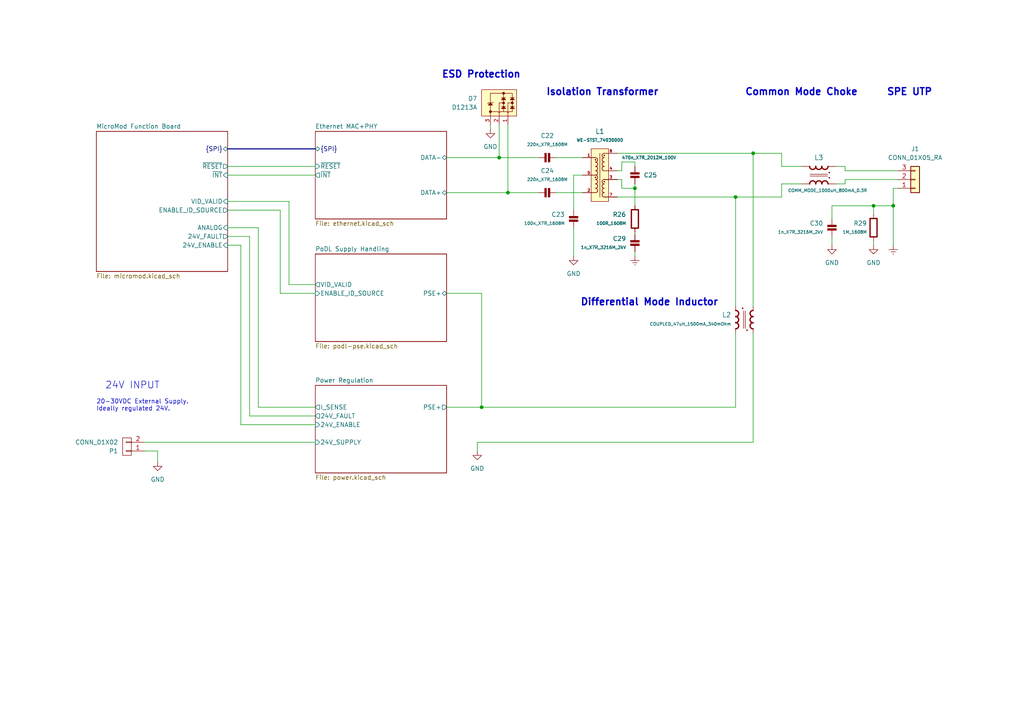
<source format=kicad_sch>
(kicad_sch (version 20230121) (generator eeschema)
  (paper "A4")
  (title_block (title "MicroMod SPE PSE") (rev "V1.0") (comment 1 "Prototype Design"))
  (lib_symbols
    (symbol "appli_capacitor:100n_X7R_1608M" (pin_numbers hide) (pin_names (offset 0.254))
      (property "Reference" "C" (at -2.286 -2.54 90))
      (property "Value" "100n_X7R_1608M" (at 2.159 -2.54 90))
      (symbol "100n_X7R_1608M_0_1"
        (rectangle (start -1.27 -2.794) (end 1.27 -3.302) (fill (type outline)))
        (rectangle (start -1.27 -1.778) (end 1.27 -2.286) (fill (type outline)))
      )
      (symbol "100n_X7R_1608M_1_1"
        (pin passive line (at 0 0 270) (length 1.778) (name "~") (number "1"))
        (pin passive line (at 0 -5.08 90) (length 1.778) (name "~") (number "2"))
      )
    )
    (symbol "appli_capacitor:1n_X7R_3216M_2kV" (pin_numbers hide) (pin_names (offset 0.254))
      (property "Reference" "C" (at -2.286 -2.54 90))
      (property "Value" "1n_X7R_3216M_2kV" (at 2.159 -2.54 90))
      (symbol "1n_X7R_3216M_2kV_0_1"
        (rectangle (start -1.27 -2.794) (end 1.27 -3.302) (fill (type outline)))
        (rectangle (start -1.27 -1.778) (end 1.27 -2.286) (fill (type outline)))
      )
      (symbol "1n_X7R_3216M_2kV_1_1"
        (pin passive line (at 0 0 270) (length 1.778) (name "~") (number "1"))
        (pin passive line (at 0 -5.08 90) (length 1.778) (name "~") (number "2"))
      )
    )
    (symbol "appli_capacitor:220n_X7R_1608M" (pin_numbers hide) (pin_names (offset 0.254))
      (property "Reference" "C" (at -2.286 -2.54 90))
      (property "Value" "220n_X7R_1608M" (at 2.159 -2.54 90))
      (symbol "220n_X7R_1608M_0_1"
        (rectangle (start -1.27 -2.794) (end 1.27 -3.302) (fill (type outline)))
        (rectangle (start -1.27 -1.778) (end 1.27 -2.286) (fill (type outline)))
      )
      (symbol "220n_X7R_1608M_1_1"
        (pin passive line (at 0 0 270) (length 1.778) (name "~") (number "1"))
        (pin passive line (at 0 -5.08 90) (length 1.778) (name "~") (number "2"))
      )
    )
    (symbol "appli_capacitor:470n_X7R_2012M_100V" (pin_numbers hide) (pin_names (offset 0.254))
      (property "Reference" "C" (at -2.286 -2.54 90))
      (property "Value" "470n_X7R_2012M_100V" (at 2.159 -2.54 90))
      (symbol "470n_X7R_2012M_100V_0_1"
        (rectangle (start -1.27 -2.794) (end 1.27 -3.302) (fill (type outline)))
        (rectangle (start -1.27 -1.778) (end 1.27 -2.286) (fill (type outline)))
      )
      (symbol "470n_X7R_2012M_100V_1_1"
        (pin passive line (at 0 0 270) (length 1.778) (name "~") (number "1"))
        (pin passive line (at 0 -5.08 90) (length 1.778) (name "~") (number "2"))
      )
    )
    (symbol "appli_connector:CONN_01X03_RA" (pin_names (offset 1.016) hide)
      (property "Reference" "J" (at 0 6.35 0))
      (property "Value" "CONN_01X05_RA" (at 0 -6.35 0))
      (symbol "CONN_01X03_RA_1_1"
        (rectangle (start -1.27 -2.413) (end 0 -2.667) (stroke (width 0.1524)))
        (rectangle (start -1.27 0.127) (end 0 -0.127) (stroke (width 0.1524)))
        (rectangle (start -1.27 2.667) (end 0 2.413) (stroke (width 0.1524)))
        (rectangle (start -1.27 3.81) (end 1.27 -3.81) (stroke (width 0.254)) (fill (type background)))
        (pin passive line (at -5.08 2.54 0) (length 3.81) (name "Pin_1") (number "1"))
        (pin passive line (at -5.08 0 0) (length 3.81) (name "Pin_2") (number "2"))
        (pin passive line (at -5.08 -2.54 0) (length 3.81) (name "Pin_3") (number "3"))
      )
    )
    (symbol "appli_connector_wurth:CONN_01X02" (pin_names (offset 1.016) hide)
      (property "Reference" "P" (at 0 3.81 0))
      (property "Value" "CONN_01X02" (at 2.54 0 90))
      (symbol "CONN_01X02_0_1"
        (rectangle (start -1.27 -1.143) (end 0.254 -1.397))
        (rectangle (start -1.27 1.397) (end 0.254 1.143))
        (rectangle (start -1.27 2.54) (end 1.27 -2.54))
      )
      (symbol "CONN_01X02_1_1"
        (pin passive line (at -5.08 1.27 0) (length 3.81) (name "P1") (number "1"))
        (pin passive line (at -5.08 -1.27 0) (length 3.81) (name "P2") (number "2"))
      )
    )
    (symbol "appli_device:D1213A" (pin_names (offset 0.254) hide)
      (property "Reference" "D" (at 0 7.62 0))
      (property "Value" "D1213A" (at 0 5.08 0))
      (symbol "D1213A_0_1"
        (polyline (pts (xy -3.81 -1.651) (xy -3.81 -2.54)))
        (polyline (pts (xy -3.81 -1.016) (xy -3.81 0.889)))
        (polyline (pts (xy -3.81 1.524) (xy -3.81 2.794)))
        (polyline (pts (xy -3.81 2.794) (xy 2.54 2.794)))
        (polyline (pts (xy -3.175 -1.016) (xy -4.445 -1.016)))
        (polyline (pts (xy -3.175 1.524) (xy -4.445 1.524)))
        (polyline (pts (xy -2.54 -3.81) (xy -2.54 0)))
        (polyline (pts (xy -2.54 0) (xy -3.81 0)))
        (polyline (pts (xy -1.27 -1.651) (xy -1.27 -2.54)))
        (polyline (pts (xy -1.27 -1.016) (xy -1.27 0.889)))
        (polyline (pts (xy -1.27 0) (xy 0 0)))
        (polyline (pts (xy -1.27 1.524) (xy -1.27 2.794)))
        (polyline (pts (xy -0.635 -1.016) (xy -1.905 -1.016)))
        (polyline (pts (xy -0.635 1.524) (xy -1.905 1.524)))
        (polyline (pts (xy 0 -3.81) (xy 0 0)))
        (polyline (pts (xy 1.778 0.254) (xy 1.905 0)))
        (polyline (pts (xy 2.54 -3.81) (xy 2.54 -0.635)))
        (polyline (pts (xy 2.54 0) (xy 2.54 2.794)))
        (polyline (pts (xy 3.175 0) (xy 1.905 0)))
        (polyline (pts (xy 3.175 0) (xy 3.302 -0.254)))
        (polyline (pts (xy -3.81 -1.016) (xy -4.445 -1.651) (xy -3.175 -1.651) (xy -3.81 -1.016)) (fill (type outline)))
        (polyline (pts (xy -3.81 1.524) (xy -4.445 0.889) (xy -3.175 0.889) (xy -3.81 1.524)) (fill (type outline)))
        (polyline (pts (xy -1.27 -1.016) (xy -1.905 -1.651) (xy -0.635 -1.651) (xy -1.27 -1.016)) (fill (type outline)))
        (polyline (pts (xy -1.27 1.524) (xy -1.905 0.889) (xy -0.635 0.889) (xy -1.27 1.524)) (fill (type outline)))
        (polyline (pts (xy 2.54 0) (xy 1.905 -0.635) (xy 3.175 -0.635) (xy 2.54 0)) (fill (type outline)))
      )
      (symbol "D1213A_1_1"
        (rectangle (start -5.08 3.81) (end 5.08 -3.81) (fill (type background)))
        (circle (center -3.81 0) (radius 0.0001) (stroke (width 0.4)))
        (arc (start -2.794 -2.54) (mid -2.54 -2.7801) (end -2.286 -2.54))
        (circle (center -1.27 0) (radius 0.0001) (stroke (width 0.4)))
        (circle (center -1.27 2.794) (radius 0.0001) (stroke (width 0.4)))
        (arc (start -0.254 -2.54) (mid 0 -2.787) (end 0.254 -2.54))
        (polyline (pts (xy -3.81 -2.54) (xy -2.794 -2.54)))
        (polyline (pts (xy 0.254 -2.54) (xy 2.54 -2.54)))
        (polyline (pts (xy -2.286 -2.54) (xy -1.27 -2.54) (xy -0.254 -2.54)))
        (circle (center 2.54 -2.54) (radius 0.0001) (stroke (width 0.4)))
        (pin passive line (at -2.54 -6.35 90) (length 2.4892) (name "A1") (number "1"))
        (pin passive line (at 0 -6.35 90) (length 2.4892) (name "C2") (number "2"))
        (pin passive line (at 2.54 -6.35 90) (length 2.4892) (name "~") (number "3"))
      )
    )
    (symbol "appli_inductor:COMM_MODE_1000uH_800mA_0.2R" (pin_numbers hide) (pin_names (offset 0) hide)
      (property "Reference" "L" (at 0 5.08 0))
      (property "Value" "COMM_MODE_1000uH_800mA_0.3R" (at 0 -5.08 0))
      (symbol "COMM_MODE_1000uH_800mA_0.2R_0_1"
        (circle (center -3.048 -0.762) (radius 0.127) (stroke (width 0.2032)))
        (circle (center -3.048 0.762) (radius 0.127) (stroke (width 0.2032)))
        (arc (start -2.667 2.54) (mid -1.778 1.6548) (end -0.889 2.54) (stroke (width 0.381)))
        (arc (start -0.889 -2.54) (mid -1.778 -1.655) (end -2.667 -2.54) (stroke (width 0.381)))
        (arc (start -0.889 2.54) (mid 0 1.6548) (end 0.889 2.54) (stroke (width 0.381)))
        (polyline (pts (xy 2.54 -0.254) (xy -2.54 -0.254)))
        (polyline (pts (xy 2.54 0.254) (xy -2.54 0.254)))
        (arc (start 0.889 -2.54) (mid 0 -1.655) (end -0.889 -2.54) (stroke (width 0.381)))
        (arc (start 0.889 2.54) (mid 1.778 1.6548) (end 2.667 2.54) (stroke (width 0.381)))
        (arc (start 2.667 -2.54) (mid 1.778 -1.655) (end 0.889 -2.54) (stroke (width 0.381)))
      )
      (symbol "COMM_MODE_1000uH_800mA_0.2R_1_1"
        (pin passive line (at -5.08 2.54 0) (length 2.5) (name "") (number "1"))
        (pin passive line (at -5.08 -2.54 0) (length 2.5) (name "") (number "2"))
        (pin passive line (at 5.08 -2.54 180) (length 2.5) (name "") (number "3"))
        (pin passive line (at 5.08 2.54 180) (length 2.5) (name "") (number "4"))
      )
    )
    (symbol "appli_inductor:COUPLED_47uH_1500mA_340mOhm" (pin_numbers hide) (pin_names (offset 0) hide)
      (property "Reference" "L" (at 0 5.08 0))
      (property "Value" "COUPLED_47uH_1500mA_340mOhm" (at 0 -5.08 0))
      (symbol "COUPLED_47uH_1500mA_340mOhm_0_1"
        (circle (center -3.048 0.762) (radius 0.127) (stroke (width 0.2032)))
        (arc (start -2.667 2.54) (mid -1.778 1.6548) (end -0.889 2.54) (stroke (width 0.381)))
        (arc (start -0.889 -2.54) (mid -1.778 -1.655) (end -2.667 -2.54) (stroke (width 0.381)))
        (arc (start -0.889 2.54) (mid 0 1.6548) (end 0.889 2.54) (stroke (width 0.381)))
        (polyline (pts (xy 2.54 -0.254) (xy -2.54 -0.254)))
        (polyline (pts (xy 2.54 0.254) (xy -2.54 0.254)))
        (arc (start 0.889 -2.54) (mid 0 -1.655) (end -0.889 -2.54) (stroke (width 0.381)))
        (arc (start 0.889 2.54) (mid 1.778 1.6548) (end 2.667 2.54) (stroke (width 0.381)))
        (arc (start 2.667 -2.54) (mid 1.778 -1.655) (end 0.889 -2.54) (stroke (width 0.381)))
        (circle (center 3.302 -0.508) (radius 0.127) (stroke (width 0.2032)))
      )
      (symbol "COUPLED_47uH_1500mA_340mOhm_1_1"
        (pin passive line (at -3.81 2.54 0) (length 1.143) (name "") (number "1"))
        (pin passive line (at 3.81 2.54 180) (length 1.143) (name "") (number "2"))
        (pin passive line (at 3.81 -2.54 180) (length 1.143) (name "") (number "3"))
        (pin passive line (at -3.81 -2.54 0) (length 1.143) (name "") (number "4"))
      )
    )
    (symbol "appli_inductor:WE-STST_74930000" (pin_names (offset 0) hide)
      (property "Reference" "L" (at 0 8.89 0))
      (property "Value" "WE-STST_74930000" (at 0 -9.144 0))
      (symbol "WE-STST_74930000_0_1"
        (circle (center -1.27 -0.635) (radius 0.127) (stroke (width 0.2032)))
        (circle (center -1.27 4.445) (radius 0.127) (stroke (width 0.2032)))
        (polyline (pts (xy 0 6.35) (xy 0 -6.35)))
        (circle (center 1.27 -1.905) (radius 0.127) (stroke (width 0.2032)))
        (circle (center 1.27 5.715) (radius 0.127) (stroke (width 0.2032)))
      )
      (symbol "WE-STST_74930000_1_1"
        (rectangle (start -2.54 7.62) (end 2.54 -7.62) (fill (type background)))
        (arc (start -1.27 2.54) (mid -0.6462 3.175) (end -1.27 3.81) (stroke (width 0.2)))
        (arc (start -1.27 3.81) (mid -0.6462 4.445) (end -1.27 5.08) (stroke (width 0.2)))
        (arc (start -1.2587 -2.54) (mid -0.6349 -1.905) (end -1.2587 -1.27) (stroke (width 0.2)))
        (arc (start -1.2587 -1.27) (mid -0.6349 -0.635) (end -1.2587 0) (stroke (width 0.2)))
        (arc (start -1.2587 0) (mid -0.6349 0.635) (end -1.2587 1.27) (stroke (width 0.2)))
        (arc (start -1.2587 1.27) (mid -0.6349 1.905) (end -1.2587 2.54) (stroke (width 0.2)))
        (arc (start -1.2474 -5.08) (mid -0.6236 -4.445) (end -1.2474 -3.81) (stroke (width 0.2)))
        (arc (start -1.2474 -3.81) (mid -0.6236 -3.175) (end -1.2474 -2.54) (stroke (width 0.2)))
        (arc (start 1.2474 5.08) (mid 0.6236 4.445) (end 1.2474 3.81) (stroke (width 0.2)))
        (arc (start 1.2474 6.35) (mid 0.6236 5.715) (end 1.2474 5.08) (stroke (width 0.2)))
        (arc (start 1.2587 -2.54) (mid 0.6349 -3.175) (end 1.2587 -3.81) (stroke (width 0.2)))
        (arc (start 1.2587 -1.27) (mid 0.6349 -1.905) (end 1.2587 -2.54) (stroke (width 0.2)))
        (arc (start 1.2587 2.54) (mid 0.6349 1.905) (end 1.2587 1.27) (stroke (width 0.2)))
        (arc (start 1.2587 3.81) (mid 0.6349 3.175) (end 1.2587 2.54) (stroke (width 0.2)))
        (arc (start 1.27 -5.08) (mid 0.6462 -5.715) (end 1.27 -6.35) (stroke (width 0.2)))
        (arc (start 1.27 -3.81) (mid 0.6462 -4.445) (end 1.27 -5.08) (stroke (width 0.2)))
        (pin passive line (at -5.08 5.08 0) (length 3.75) (name "") (number "1"))
        (pin passive line (at -5.08 -5.08 0) (length 3.75) (name "") (number "2"))
        (pin passive line (at 5.08 -1.27 180) (length 3.75) (name "") (number "3"))
        (pin passive line (at 5.08 1.27 180) (length 3.75) (name "") (number "4"))
        (pin passive line (at -5.08 0 0) (length 3.75) (name "") (number "5"))
        (pin passive line (at 5.08 6.35 180) (length 3.75) (name "") (number "6"))
        (pin passive line (at 5.08 -6.35 180) (length 3.75) (name "") (number "7"))
      )
    )
    (symbol "appli_power:Earth" (power) (pin_names (offset 0))
      (symbol "Earth_0_1"
        (polyline (pts (xy -0.635 -1.905) (xy 0.635 -1.905)))
        (polyline (pts (xy -0.127 -2.54) (xy 0.127 -2.54)))
        (polyline (pts (xy 0 -1.27) (xy 0 0)))
        (polyline (pts (xy 1.27 -1.27) (xy -1.27 -1.27)))
      )
      (symbol "Earth_1_1"
        (pin power_in line (at 0 0 270) (length 0) hide (name "Earth") (number "1"))
      )
    )
    (symbol "appli_power:GND" (power) (pin_names (offset 0))
      (property "Value" "GND" (at 0 -3.81 0))
      (symbol "GND_0_1"
        (polyline (pts (xy 0 0) (xy 0 -1.27) (xy 1.27 -1.27) (xy 0 -2.54) (xy -1.27 -1.27) (xy 0 -1.27)))
      )
      (symbol "GND_1_1"
        (pin power_in line (at 0 0 270) (length 0) hide (name "GND") (number "1"))
      )
    )
    (symbol "appli_resistor:100R_1608M" (pin_numbers hide) (pin_names (offset 0))
      (property "Reference" "R" (at -2.159 -3.81 90))
      (property "Value" "100R_1608M" (at 2.032 -3.81 90))
      (symbol "100R_1608M_0_1"
        (rectangle (start -1.016 -1.143) (end 1.016 -6.477) (stroke (width 0.381)))
      )
      (symbol "100R_1608M_1_1"
        (pin passive line (at 0 0 270) (length 1.143) (name "~") (number "1"))
        (pin passive line (at 0 -7.62 90) (length 1.143) (name "~") (number "2"))
      )
    )
    (symbol "appli_resistor:1M_1608M" (pin_numbers hide) (pin_names (offset 0))
      (property "Reference" "R" (at -2.159 -3.81 90))
      (property "Value" "1M_1608M" (at 2.032 -3.81 90))
      (symbol "1M_1608M_0_1"
        (rectangle (start -1.016 -1.143) (end 1.016 -6.477) (stroke (width 0.381)))
      )
      (symbol "1M_1608M_1_1"
        (pin passive line (at 0 0 270) (length 1.143) (name "~") (number "1"))
        (pin passive line (at 0 -7.62 90) (length 1.143) (name "~") (number "2"))
      )
    )
  )
  (bus_alias "I2C" (members "SDA" "SCL"))
  (bus_alias "SPI" (members "COPI" "CIPO" "CLK" "~{CS}"))
  (junction (at 184.15 54.61))
  (junction (at 259.08 59.69))
  (junction (at 144.78 45.72))
  (junction (at 213.36 57.15))
  (junction (at 218.44 44.45))
  (junction (at 139.7 118.11))
  (junction (at 253.365 59.69))
  (junction (at 147.32 55.88))
  (wire (pts (xy 138.43 128.27) (xy 218.44 128.27)))
  (wire (pts (xy 253.365 59.69) (xy 253.365 62.23)))
  (wire (pts (xy 81.28 85.09) (xy 81.28 60.96)))
  (wire (pts (xy 66.04 71.12) (xy 69.85 71.12)))
  (bus (pts (xy 91.44 43.18) (xy 66.04 43.18)))
  (wire (pts (xy 139.7 85.09) (xy 139.7 118.11)))
  (wire (pts (xy 81.28 60.96) (xy 66.04 60.96)))
  (wire (pts (xy 45.72 130.81) (xy 45.72 133.985)))
  (wire (pts (xy 259.08 59.69) (xy 259.08 54.61)))
  (wire (pts (xy 180.34 52.07) (xy 180.34 54.61)))
  (wire (pts (xy 66.04 58.42) (xy 83.82 58.42)))
  (wire (pts (xy 218.44 44.45) (xy 179.07 44.45)))
  (wire (pts (xy 213.36 57.15) (xy 213.36 88.9)))
  (wire (pts (xy 91.44 50.8) (xy 66.04 50.8)))
  (wire (pts (xy 180.34 46.99) (xy 184.15 46.99)))
  (wire (pts (xy 184.15 73.025) (xy 184.15 74.295)))
  (wire (pts (xy 147.32 36.195) (xy 147.32 55.88)))
  (wire (pts (xy 83.82 58.42) (xy 83.82 82.55)))
  (wire (pts (xy 241.3 59.69) (xy 241.3 63.5)))
  (wire (pts (xy 213.36 118.11) (xy 139.7 118.11)))
  (wire (pts (xy 168.91 55.88) (xy 161.29 55.88)))
  (wire (pts (xy 259.08 59.69) (xy 259.08 71.12)))
  (wire (pts (xy 91.44 120.65) (xy 72.39 120.65)))
  (wire (pts (xy 213.36 96.52) (xy 213.36 118.11)))
  (wire (pts (xy 72.39 120.65) (xy 72.39 68.58)))
  (wire (pts (xy 245.11 48.26) (xy 245.11 49.53)))
  (wire (pts (xy 245.11 53.34) (xy 245.11 52.07)))
  (wire (pts (xy 138.43 128.27) (xy 138.43 130.81)))
  (wire (pts (xy 74.93 66.04) (xy 74.93 118.11)))
  (wire (pts (xy 168.91 45.72) (xy 161.29 45.72)))
  (wire (pts (xy 226.695 53.34) (xy 226.695 57.15)))
  (wire (pts (xy 180.34 54.61) (xy 184.15 54.61)))
  (wire (pts (xy 129.54 85.09) (xy 139.7 85.09)))
  (wire (pts (xy 218.44 128.27) (xy 218.44 96.52)))
  (wire (pts (xy 69.85 71.12) (xy 69.85 123.19)))
  (wire (pts (xy 69.85 123.19) (xy 91.44 123.19)))
  (wire (pts (xy 213.36 57.15) (xy 226.695 57.15)))
  (wire (pts (xy 232.41 53.34) (xy 226.695 53.34)))
  (wire (pts (xy 184.15 54.61) (xy 184.15 59.69)))
  (wire (pts (xy 166.37 66.04) (xy 166.37 74.295)))
  (wire (pts (xy 184.15 67.31) (xy 184.15 67.945)))
  (wire (pts (xy 184.15 53.34) (xy 184.15 54.61)))
  (wire (pts (xy 242.57 53.34) (xy 245.11 53.34)))
  (wire (pts (xy 180.34 49.53) (xy 180.34 46.99)))
  (wire (pts (xy 179.07 52.07) (xy 180.34 52.07)))
  (wire (pts (xy 226.695 48.26) (xy 226.695 44.45)))
  (wire (pts (xy 91.44 48.26) (xy 66.04 48.26)))
  (wire (pts (xy 156.21 55.88) (xy 147.32 55.88)))
  (wire (pts (xy 259.08 59.69) (xy 253.365 59.69)))
  (wire (pts (xy 66.04 66.04) (xy 74.93 66.04)))
  (wire (pts (xy 91.44 85.09) (xy 81.28 85.09)))
  (wire (pts (xy 166.37 50.8) (xy 166.37 60.96)))
  (wire (pts (xy 184.15 46.99) (xy 184.15 48.26)))
  (wire (pts (xy 218.44 44.45) (xy 218.44 88.9)))
  (wire (pts (xy 41.91 130.81) (xy 45.72 130.81)))
  (wire (pts (xy 179.07 49.53) (xy 180.34 49.53)))
  (wire (pts (xy 142.24 36.195) (xy 142.24 37.465)))
  (wire (pts (xy 241.3 68.58) (xy 241.3 71.12)))
  (wire (pts (xy 253.365 59.69) (xy 241.3 59.69)))
  (wire (pts (xy 260.35 52.07) (xy 245.11 52.07)))
  (wire (pts (xy 218.44 44.45) (xy 226.695 44.45)))
  (wire (pts (xy 259.08 54.61) (xy 260.35 54.61)))
  (wire (pts (xy 139.7 118.11) (xy 129.54 118.11)))
  (wire (pts (xy 144.78 45.72) (xy 129.54 45.72)))
  (wire (pts (xy 41.91 128.27) (xy 91.44 128.27)))
  (wire (pts (xy 144.78 36.195) (xy 144.78 45.72)))
  (wire (pts (xy 156.21 45.72) (xy 144.78 45.72)))
  (wire (pts (xy 147.32 55.88) (xy 129.54 55.88)))
  (wire (pts (xy 72.39 68.58) (xy 66.04 68.58)))
  (wire (pts (xy 232.41 48.26) (xy 226.695 48.26)))
  (wire (pts (xy 83.82 82.55) (xy 91.44 82.55)))
  (wire (pts (xy 253.365 69.85) (xy 253.365 71.12)))
  (wire (pts (xy 74.93 118.11) (xy 91.44 118.11)))
  (wire (pts (xy 242.57 48.26) (xy 245.11 48.26)))
  (wire (pts (xy 168.91 50.8) (xy 166.37 50.8)))
  (wire (pts (xy 260.35 49.53) (xy 245.11 49.53)))
  (wire (pts (xy 213.36 57.15) (xy 179.07 57.15)))
  (text "Common Mode Choke" (at 248.92 27.94 0) (effects (font (size 2 2) (thickness 0.4) bold) (justify right bottom)))
  (text "24V INPUT" (at 30.48 113.03 0) (effects (font (size 2 2)) (justify left bottom)))
  (text "Differential Mode Inductor" (at 168.275 88.9 0) (effects (font (size 2 2) (thickness 0.4) bold) (justify left bottom)))
  (text "ESD Protection" (at 151.13 22.86 0) (effects (font (size 2 2) (thickness 0.4) bold) (justify right bottom)))
  (text "Isolation Transformer" (at 191.135 27.94 0) (effects (font (size 2 2) (thickness 0.4) bold) (justify right bottom)))
  (text "SPE UTP" (at 270.51 27.94 0) (effects (font (size 2 2) (thickness 0.4) bold) (justify right bottom)))
  (text "20-30VDC External Supply.\nIdeally regulated 24V." (at 27.94 119.38 0) (effects (font (size 1.27 1.27)) (justify left bottom)))
  (symbol (lib_id "appli_resistor:1M_1608M") (at 253.365 62.23 0) (mirror y) (unit 1)
    (property "Reference" "R29" (at 251.46 64.77 0) (effects (justify left)))
    (property "Value" "1M_1608M" (at 251.46 67.31 0) (effects (font (size 0.889 0.889)) (justify left)))
    (property "Footprint" "Applidyne_Resistor:RESC1608X50N" (effects hide))
    (property "Datasheet" "http://www.farnell.com/datasheets/1720486.pdf" (effects hide))
    (property "manf" "VISHAY DRALORIC" (effects hide))
    (property "manf#" "CRCW06031M00FKEA" (effects hide))
    (property "Supplier" "Element14" (effects hide))
    (property "Supplier Part No" "1469746" (effects hide))
    (property "Supplier URL" "http://au.element14.com/vishay-draloric/crcw06031m00fkea/product-range-aec-q200-crcw-series/dp/1469746" (effects hide))
    (property "Supplier Price" "0.02" (effects hide))
    (property "Supplier Price Break" "100" (effects hide))
  )
  (symbol (lib_id "appli_capacitor:220n_X7R_1608M") (at 161.29 45.72 270) (mirror x) (unit 1)
    (property "Reference" "C22" (at 158.75 39.37 90))
    (property "Value" "220n_X7R_1608M" (at 158.75 41.91 90) (effects (font (size 0.889 0.889))))
    (property "Footprint" "Applidyne_Capacitor:CAPC1608X90N" (effects hide))
    (property "Datasheet" "http://www.farnell.com/datasheets/1796654.pdf" (effects hide))
    (property "manf" "TDK" (effects hide))
    (property "manf#" "C1608X7R1C224K080AC" (effects hide))
    (property "Supplier" "Element14" (effects hide))
    (property "Supplier Part No" "2346897" (effects hide))
    (property "Supplier URL" "http://au.element14.com/tdk/c1608x7r1c224k080ac/cap-mlcc-x7r-220nf-16v-0603/dp/2346897" (effects hide))
    (property "Supplier Price" "0.054" (effects hide))
    (property "Supplier Price Break" "1" (effects hide))
  )
  (symbol (lib_id "appli_power:GND") (at 138.43 130.81 0) (mirror y) (unit 1)
    (property "Reference" "#PWR072" (effects hide))
    (property "Value" "GND" (at 138.43 135.89 0))
  )
  (symbol (lib_id "appli_inductor:COMM_MODE_1000uH_800mA_0.2R") (at 237.49 50.8 0) (mirror y) (unit 1)
    (property "Reference" "L3" (at 237.49 45.72 0) (effects (font (size 1.397 1.397))))
    (property "Value" "COMM_MODE_1000uH_800mA_0.3R" (at 240.03 55.245 0) (effects (font (size 0.889 0.889))))
    (property "Footprint" "Applidyne_Inductor:WE-SL2" (effects hide))
    (property "Datasheet" "https://www.we-online.com/katalog/datasheet/744222.pdf" (effects hide))
    (property "manf" "Wurth Elektronik" (effects hide))
    (property "manf#" "744222" (effects hide))
    (property "Supplier" "Digikey" (effects hide))
    (property "Supplier Part No" "732-1485-1-ND" (effects hide))
    (property "Supplier URL" "https://www.digikey.com.au/en/products/detail/w%C3%BCrth-elektronik/744222/1638889" (effects hide))
    (property "Supplier Price" "4.02" (effects hide))
    (property "Supplier Price Break" "1" (effects hide))
  )
  (symbol (lib_id "appli_power:Earth") (at 259.08 71.12 0) (mirror y) (unit 1)
    (property "Reference" "#PWR08" (effects hide))
    (property "Value" "Earth" (effects hide))
  )
  (symbol (lib_id "appli_connector:CONN_01X03_RA") (at 265.43 52.07 0) (mirror x) (unit 1)
    (property "Reference" "J1" (at 265.43 43.18 0))
    (property "Value" "CONN_01X05_RA" (at 265.43 45.72 0))
    (property "Footprint" "Applidyne_Connector:CUI_TBL009-254-03" (effects hide))
    (property "Datasheet" "https://au.mouser.com/datasheet/2/418/NG_CD_103634_V-1229866.pdf" (effects hide))
    (property "manf" "CUI Devices" (effects hide))
    (property "manf#" "TBL009-254-03GY-2GY" (effects hide))
    (property "Supplier" "Digikey" (effects hide))
    (property "Supplier Part No" "102-TBL009-254-03GY-2GY-ND" (effects hide))
    (property "Supplier URL" "https://www.digikey.com.au/en/products/detail/cui-devices/TBL009-254-03GY-2GY/10441918" (effects hide))
    (property "Supplier Price" "1.07" (effects hide))
    (property "Supplier Price Break " "10" (effects hide))
  )
  (symbol (lib_id "appli_inductor:WE-STST_74930000") (at 173.99 50.8 0) (unit 1)
    (property "Reference" "L1" (at 173.99 38.1 0) (effects (font (size 1.397 1.397))))
    (property "Value" "WE-STST_74930000" (at 173.99 40.64 0) (effects (font (size 0.889 0.889))))
    (property "Footprint" "Applidyne_Inductor:WE-STST" (effects hide))
    (property "Datasheet" "https://www.we-online.com/components/products/datasheet/74930000.pdf" (effects hide))
    (property "manf" "Wurth Elektronik" (effects hide))
    (property "manf#" "74930000" (effects hide))
    (property "Supplier" "Digikey" (effects hide))
    (property "Supplier Part No" "732-74930000CT-ND" (effects hide))
    (property "Supplier URL" "https://www.digikey.com.au/en/products/detail/w%C3%BCrth-elektronik/74930000/11503727" (effects hide))
    (property "Supplier Price" "1.96" (effects hide))
    (property "Supplier Price Break" "1" (effects hide))
  )
  (symbol (lib_id "appli_power:GND") (at 142.24 37.465 0) (mirror y) (unit 1)
    (property "Reference" "#PWR06" (effects hide))
    (property "Value" "GND" (at 142.24 42.545 0))
  )
  (symbol (lib_id "appli_device:D1213A") (at 144.78 29.845 0) (mirror y) (unit 1)
    (property "Reference" "D7" (at 138.43 28.6004 0) (effects (justify left)))
    (property "Value" "D1213A" (at 138.43 31.1404 0) (effects (justify left)))
    (property "Footprint" "Applidyne_SOT:SOT95P240X110-3L16N" (effects hide))
    (property "Datasheet" "https://www.diodes.com/assets/Datasheets/D1213A_02SOL.pdf" (effects hide))
    (property "manf" "Diodes Incorporated" (effects hide))
    (property "manf#" "D1213A-02SOL-7" (effects hide))
    (property "Supplier" "Digikey" (effects hide))
    (property "Supplier Part No" "D1213A-02SOL-7DICT-ND" (effects hide))
    (property "Supplier URL" "https://www.digikey.com.au/en/products/detail/diodes-incorporated/D1213A-02SOL-7/3340397" (effects hide))
    (property "Supplier Price" "0.42" (effects hide))
    (property "Supplier Price Break" "10" (effects hide))
  )
  (symbol (lib_id "appli_connector_wurth:CONN_01X02") (at 36.83 129.54 180) (unit 1)
    (property "Reference" "P1" (at 34.29 130.81 0) (effects (justify left)))
    (property "Value" "CONN_01X02" (at 34.29 128.27 0) (effects (justify left)))
    (property "Footprint" "Applidyne_Connector_Wurth:61300211121" (effects hide))
    (property "Datasheet" "http://www.farnell.com/cad/2124416.pdf" (effects hide))
    (property "manf" "WURTH ELECTRONIK" (effects hide))
    (property "manf#" "61300211121" (effects hide))
    (property "Supplier" "Element 14" (effects hide))
    (property "Supplier Part No" "2356153" (effects hide))
    (property "Supplier URL" "http://au.element14.com/wurth-elektronik/61300211121/header-2-54mm-pin-tht-vertical/dp/2356153" (effects hide))
    (property "Supplier Price" "0.17" (effects hide))
    (property "Supplier Price Break" "1" (effects hide))
  )
  (symbol (lib_id "appli_resistor:100R_1608M") (at 184.15 59.69 0) (mirror y) (unit 1)
    (property "Reference" "R26" (at 181.61 62.23 0) (effects (justify left)))
    (property "Value" "100R_1608M" (at 181.61 64.77 0) (effects (font (size 0.889 0.889)) (justify left)))
    (property "Footprint" "Applidyne_Resistor:RESC1608X50N" (effects hide))
    (property "Datasheet" "http://www.farnell.com/datasheets/1788326.pdf" (effects hide))
    (property "manf" "MULTICOMP" (effects hide))
    (property "manf#" "MC0063W06035100R" (effects hide))
    (property "Supplier" "Element14" (effects hide))
    (property "Supplier Part No" "9331689" (effects hide))
    (property "Supplier URL" "http://au.element14.com/multicomp/mc0063w06035100r/product-range-mc-series/dp/9331689" (effects hide))
    (property "Supplier Price" "0.022" (effects hide))
    (property "Supplier Price Break" "50" (effects hide))
  )
  (symbol (lib_id "appli_capacitor:220n_X7R_1608M") (at 161.29 55.88 270) (mirror x) (unit 1)
    (property "Reference" "C24" (at 158.75 49.53 90))
    (property "Value" "220n_X7R_1608M" (at 158.75 52.07 90) (effects (font (size 0.889 0.889))))
    (property "Footprint" "Applidyne_Capacitor:CAPC1608X90N" (effects hide))
    (property "Datasheet" "http://www.farnell.com/datasheets/1796654.pdf" (effects hide))
    (property "manf" "TDK" (effects hide))
    (property "manf#" "C1608X7R1C224K080AC" (effects hide))
    (property "Supplier" "Element14" (effects hide))
    (property "Supplier Part No" "2346897" (effects hide))
    (property "Supplier URL" "http://au.element14.com/tdk/c1608x7r1c224k080ac/cap-mlcc-x7r-220nf-16v-0603/dp/2346897" (effects hide))
    (property "Supplier Price" "0.054" (effects hide))
    (property "Supplier Price Break" "1" (effects hide))
  )
  (symbol (lib_id "appli_power:GND") (at 241.3 71.12 0) (mirror y) (unit 1)
    (property "Reference" "#PWR053" (effects hide))
    (property "Value" "GND" (at 241.3 76.2 0))
  )
  (symbol (lib_id "appli_power:GND") (at 45.72 133.985 0) (mirror y) (unit 1)
    (property "Reference" "#PWR071" (effects hide))
    (property "Value" "GND" (at 45.72 139.065 0))
  )
  (symbol (lib_id "appli_power:GND") (at 166.37 74.295 0) (mirror y) (unit 1)
    (property "Reference" "#PWR050" (effects hide))
    (property "Value" "GND" (at 166.37 79.375 0))
  )
  (symbol (lib_id "appli_capacitor:100n_X7R_1608M") (at 166.37 60.96 0) (mirror y) (unit 1)
    (property "Reference" "C23" (at 163.83 62.23 0) (effects (justify left)))
    (property "Value" "100n_X7R_1608M" (at 163.83 64.77 0) (effects (font (size 0.889 0.889)) (justify left)))
    (property "Footprint" "Applidyne_Capacitor:CAPC1608X90N" (effects hide))
    (property "Datasheet" "http://www.farnell.com/datasheets/1732728.pdf" (effects hide))
    (property "manf" "KEMET" (effects hide))
    (property "manf#" "C0603C104K5RACAUTO" (effects hide))
    (property "Supplier" "Element14" (effects hide))
    (property "Supplier Part No" "2070398" (effects hide))
    (property "Supplier URL" "http://au.element14.com/kemet/c0603c104k5racauto/cap-mlcc-x7r-100nf-50v-0603/dp/2070398" (effects hide))
    (property "Supplier Price" "0.011" (effects hide))
    (property "Supplier Price Break" "1" (effects hide))
  )
  (symbol (lib_id "appli_capacitor:470n_X7R_2012M_100V") (at 184.15 48.26 0) (mirror y) (unit 1)
    (property "Reference" "C25" (at 186.69 50.8 0) (effects (justify right)))
    (property "Value" "470n_X7R_2012M_100V" (at 180.34 45.72 0) (effects (font (size 0.889 0.889)) (justify right)))
    (property "Footprint" "Applidyne_Capacitor:CAPC2012X110N" (effects hide))
    (property "Datasheet" "https://au.mouser.com/datasheet/2/40/AutoMLCC-777028.pdf" (effects hide))
    (property "manf" "AVX" (effects hide))
    (property "manf#" "08051C474K4T4A" (effects hide))
    (property "Supplier" "Mouser" (effects hide))
    (property "Supplier Part No" "581-08051C474K4T4A" (effects hide))
    (property "Supplier URL" "https://au.mouser.com/ProductDetail/AVX/08051C474K4T4A?qs=sGAEpiMZZMs0AnBnWHyRQAwkDkDzLNakuHWMzgx5w30%3D" (effects hide))
    (property "Supplier Price" "0.365" (effects hide))
    (property "Supplier Price Break" "10" (effects hide))
  )
  (symbol (lib_id "appli_inductor:COUPLED_47uH_1500mA_340mOhm") (at 215.9 92.71 270) (mirror x) (unit 1)
    (property "Reference" "L2" (at 212.09 91.3129 90) (effects (font (size 1.397 1.397)) (justify right)))
    (property "Value" "COUPLED_47uH_1500mA_340mOhm" (at 212.09 93.98 90) (effects (font (size 0.889 0.889)) (justify right)))
    (property "Footprint" "Applidyne_Inductor:WE-MCRI-1040" (effects hide))
    (property "Datasheet" "https://www.we-online.com/components/products/datasheet/7448991470.pdf" (effects hide))
    (property "manf" "Würth Elektronik" (effects hide))
    (property "manf#" "7448991470" (effects hide))
    (property "Supplier" "Digikey" (effects hide))
    (property "Supplier Part No" "732-13378-1-ND" (effects hide))
    (property "Supplier URL" "https://www.digikey.com.au/en/products/detail/w%C3%BCrth-elektronik/7448991470/9857425" (effects hide))
    (property "Supplier Price" "5.60" (effects hide))
    (property "Supplier Price Break" "1" (effects hide))
  )
  (symbol (lib_id "appli_capacitor:1n_X7R_3216M_2kV") (at 184.15 67.945 0) (mirror y) (unit 1)
    (property "Reference" "C29" (at 181.61 69.215 0) (effects (justify left)))
    (property "Value" "1n_X7R_3216M_2kV" (at 181.61 71.755 0) (effects (font (size 0.889 0.889)) (justify left)))
    (property "Footprint" "Applidyne_Capacitor:CAPC3216X135N" (effects hide))
    (property "Datasheet" "https://datasheets.kyocera-avx.com/HVKGM.pdf" (effects hide))
    (property "manf" "KYOCERA AVX" (effects hide))
    (property "manf#" "KGM31AR73D102KU" (effects hide))
    (property "Supplier" "Digikey" (effects hide))
    (property "Supplier Part No" "478-KGM31AR73D102KUCT-ND" (effects hide))
    (property "Supplier URL" "https://www.digikey.com.au/en/products/detail/kyocera-avx/KGM31AR73D102KU/3247523" (effects hide))
    (property "Supplier Price" "0.24" (effects hide))
    (property "Supplier Price Break" "10" (effects hide))
  )
  (symbol (lib_id "appli_capacitor:1n_X7R_3216M_2kV") (at 241.3 63.5 0) (mirror y) (unit 1)
    (property "Reference" "C30" (at 238.76 64.77 0) (effects (justify left)))
    (property "Value" "1n_X7R_3216M_2kV" (at 238.76 67.31 0) (effects (font (size 0.889 0.889)) (justify left)))
    (property "Footprint" "Applidyne_Capacitor:CAPC3216X135N" (effects hide))
    (property "Datasheet" "https://datasheets.kyocera-avx.com/HVKGM.pdf" (effects hide))
    (property "manf" "KYOCERA AVX" (effects hide))
    (property "manf#" "KGM31AR73D102KU" (effects hide))
    (property "Supplier" "Digikey" (effects hide))
    (property "Supplier Part No" "478-KGM31AR73D102KUCT-ND" (effects hide))
    (property "Supplier URL" "https://www.digikey.com.au/en/products/detail/kyocera-avx/KGM31AR73D102KU/3247523" (effects hide))
    (property "Supplier Price" "0.24" (effects hide))
    (property "Supplier Price Break" "10" (effects hide))
  )
  (symbol (lib_id "appli_power:GND") (at 253.365 71.12 0) (mirror y) (unit 1)
    (property "Reference" "#PWR09" (effects hide))
    (property "Value" "GND" (at 253.365 76.2 0))
  )
  (symbol (lib_id "appli_power:Earth") (at 184.15 74.295 0) (mirror y) (unit 1)
    (property "Reference" "#PWR059" (effects hide))
    (property "Value" "Earth" (effects hide))
  )
  (sheet (at 27.94 38.1) (size 38.1 40.64) (stroke (width 0.1524))
    (property "Sheetname" "MicroMod Function Board" (at 27.94 37.3884 0) (effects (justify left bottom)))
    (property "Sheetfile" "micromod.kicad_sch" (at 27.94 79.3246 0) (effects (justify left top)))
    (pin "{SPI}" bidirectional (at 66.04 43.18 0))
    (pin "~{RESET}" output (at 66.04 48.26 0))
    (pin "~{INT}" input (at 66.04 50.8 0))
    (pin "ANALOG" input (at 66.04 66.04 0))
    (pin "VID_VALID" input (at 66.04 58.42 0))
    (pin "ENABLE_ID_SOURCE" output (at 66.04 60.96 0))
    (pin "24V_FAULT" output (at 66.04 68.58 0))
    (pin "24V_ENABLE" input (at 66.04 71.12 0))
  )
  (sheet (at 91.44 38.1) (size 38.1 25.4) (stroke (width 0.1524))
    (property "Sheetname" "Ethernet MAC+PHY" (at 91.44 37.3884 0) (effects (justify left bottom)))
    (property "Sheetfile" "ethernet.kicad_sch" (at 91.44 64.0846 0) (effects (justify left top)))
    (pin "{SPI}" bidirectional (at 91.44 43.18 180))
    (pin "~{RESET}" input (at 91.44 48.26 180))
    (pin "~{INT}" output (at 91.44 50.8 180))
    (pin "DATA+" bidirectional (at 129.54 55.88 0))
    (pin "DATA-" bidirectional (at 129.54 45.72 0))
  )
  (sheet (at 91.44 111.76) (size 38.1 25.4) (stroke (width 0.1524))
    (property "Sheetname" "Power Regulation" (at 91.44 111.0484 0) (effects (justify left bottom)))
    (property "Sheetfile" "power.kicad_sch" (at 91.44 137.7446 0) (effects (justify left top)))
    (pin "I_SENSE" output (at 91.44 118.11 180))
    (pin "24V_FAULT" output (at 91.44 120.65 180))
    (pin "24V_ENABLE" input (at 91.44 123.19 180))
    (pin "PSE+" output (at 129.54 118.11 0))
    (pin "24V_SUPPLY" input (at 91.44 128.27 180))
  )
  (sheet (at 91.44 73.66) (size 38.1 25.4) (stroke (width 0.1524))
    (property "Sheetname" "PoDL Supply Handling" (at 91.44 72.9484 0) (effects (justify left bottom)))
    (property "Sheetfile" "podl-pse.kicad_sch" (at 91.44 99.6446 0) (effects (justify left top)))
    (pin "VID_VALID" output (at 91.44 82.55 180))
    (pin "ENABLE_ID_SOURCE" input (at 91.44 85.09 180))
    (pin "PSE+" bidirectional (at 129.54 85.09 0))
  )
)
</source>
